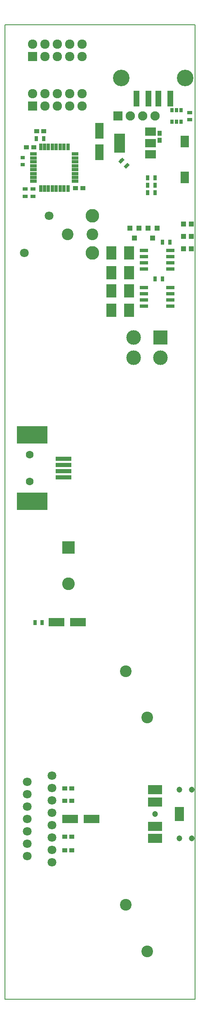
<source format=gbr>
G04 #@! TF.GenerationSoftware,KiCad,Pcbnew,(5.0.0-rc2-dev-311-g1dd4af297)*
G04 #@! TF.CreationDate,2018-05-17T15:00:25+02:00*
G04 #@! TF.ProjectId,resetUSB,72657365745553422E6B696361645F70,1.0*
G04 #@! TF.SameCoordinates,PX6ad8e7cPY2bcdfd4*
G04 #@! TF.FileFunction,Soldermask,Top*
G04 #@! TF.FilePolarity,Negative*
%FSLAX46Y46*%
G04 Gerber Fmt 4.6, Leading zero omitted, Abs format (unit mm)*
G04 Created by KiCad (PCBNEW (5.0.0-rc2-dev-311-g1dd4af297)) date 05/17/18 15:00:25*
%MOMM*%
%LPD*%
G01*
G04 APERTURE LIST*
%ADD10C,0.150000*%
%ADD11C,2.400000*%
%ADD12R,1.000000X0.950000*%
%ADD13R,3.200000X1.800000*%
%ADD14R,2.000000X2.700000*%
%ADD15R,0.700000X1.100000*%
%ADD16R,1.750000X0.800000*%
%ADD17R,1.000000X1.100000*%
%ADD18R,3.000000X3.000000*%
%ADD19C,3.000000*%
%ADD20C,1.800000*%
%ADD21C,2.800000*%
%ADD22R,1.400000X0.800000*%
%ADD23R,0.800000X1.400000*%
%ADD24R,1.100000X0.700000*%
%ADD25C,1.200000*%
%ADD26R,2.900000X1.900000*%
%ADD27R,1.900000X2.900000*%
%ADD28C,3.400000*%
%ADD29R,1.200000X3.200000*%
%ADD30R,2.600000X2.600000*%
%ADD31C,2.600000*%
%ADD32R,0.950000X1.000000*%
%ADD33R,1.800000X3.200000*%
%ADD34R,2.200000X1.700000*%
%ADD35R,2.200000X4.000000*%
%ADD36R,1.800000X2.380000*%
%ADD37C,0.700000*%
%ADD38C,0.100000*%
%ADD39R,0.900000X0.800000*%
%ADD40R,1.000000X1.000000*%
%ADD41R,3.200000X0.900000*%
%ADD42R,6.240000X3.600000*%
%ADD43C,1.600000*%
%ADD44R,1.927200X1.927200*%
%ADD45O,1.927200X1.927200*%
%ADD46O,1.900000X1.900000*%
%ADD47R,1.900000X1.900000*%
%ADD48R,0.710000X0.900000*%
G04 APERTURE END LIST*
D10*
X39000000Y0D02*
X39000000Y-200000000D01*
X0Y0D02*
X0Y-200000000D01*
X39000000Y0D02*
X0Y0D01*
X39000000Y-200000000D02*
X0Y-200000000D01*
D11*
X29210000Y-142180000D03*
X24770000Y-132650000D03*
D12*
X12204000Y-159258000D03*
X13704000Y-159258000D03*
X13716000Y-166624000D03*
X12216000Y-166624000D03*
D13*
X13334000Y-162964000D03*
X17734000Y-162964000D03*
D14*
X21775500Y-46863700D03*
X21775500Y-50863700D03*
X21775500Y-58610700D03*
X21775500Y-54610700D03*
D15*
X32304500Y-52199100D03*
X30804500Y-52199100D03*
D14*
X25458500Y-58610700D03*
X25458500Y-54610700D03*
D16*
X33886200Y-57787100D03*
X33886200Y-56517100D03*
X33886200Y-55247100D03*
X33886200Y-53977100D03*
X28486200Y-53977100D03*
X28486200Y-55247100D03*
X28486200Y-56517100D03*
X28486200Y-57787100D03*
D17*
X26566000Y-43769500D03*
X25616000Y-41769500D03*
X27516000Y-41769500D03*
D14*
X25458500Y-46863700D03*
X25458500Y-50863700D03*
D17*
X30249000Y-43769500D03*
X29299000Y-41769500D03*
X31199000Y-41769500D03*
D15*
X33810000Y-44628000D03*
X32310000Y-44628000D03*
D16*
X33886200Y-50167100D03*
X33886200Y-48897100D03*
X33886200Y-47627100D03*
X33886200Y-46357100D03*
X28486200Y-46357100D03*
X28486200Y-47627100D03*
X28486200Y-48897100D03*
X28486200Y-50167100D03*
D18*
X31864000Y-64161000D03*
D19*
X31864000Y-68361000D03*
X26364000Y-64161000D03*
X26364000Y-68361000D03*
D20*
X3920000Y-46810000D03*
X9000000Y-39190000D03*
D11*
X12810000Y-43000000D03*
X17890000Y-43000000D03*
D21*
X17890000Y-46810000D03*
X17890000Y-39190000D03*
D22*
X5842772Y-26541143D03*
X5842772Y-27341143D03*
X5842772Y-28141143D03*
X5842772Y-28941143D03*
X5842772Y-29741143D03*
X5842772Y-30541143D03*
X5842772Y-31341143D03*
X5842772Y-32141143D03*
D23*
X7292772Y-33591143D03*
X8092772Y-33591143D03*
X8892772Y-33591143D03*
X9692772Y-33591143D03*
X10492772Y-33591143D03*
X11292772Y-33591143D03*
X12092772Y-33591143D03*
X12892772Y-33591143D03*
D22*
X14342772Y-32141143D03*
X14342772Y-31341143D03*
X14342772Y-30541143D03*
X14342772Y-29741143D03*
X14342772Y-28941143D03*
X14342772Y-28141143D03*
X14342772Y-27341143D03*
X14342772Y-26541143D03*
D23*
X12892772Y-25091143D03*
X12092772Y-25091143D03*
X11292772Y-25091143D03*
X10492772Y-25091143D03*
X9692772Y-25091143D03*
X8892772Y-25091143D03*
X8092772Y-25091143D03*
X7292772Y-25091143D03*
D24*
X4104000Y-33718000D03*
X4104000Y-35218000D03*
D15*
X7937876Y-23392702D03*
X6437876Y-23392702D03*
D12*
X4403631Y-25120423D03*
X5903631Y-25120423D03*
X7949876Y-21868702D03*
X6449876Y-21868702D03*
D25*
X38314000Y-167000000D03*
X38314000Y-157000000D03*
X35814000Y-167000000D03*
X35814000Y-157000000D03*
X30814000Y-162000000D03*
D26*
X30814000Y-167000000D03*
X30814000Y-157000000D03*
X30814000Y-164500000D03*
X30814000Y-159500000D03*
D27*
X35814000Y-162000000D03*
D28*
X37000000Y-10973000D03*
X23860000Y-10973000D03*
D29*
X29430000Y-15183000D03*
X26930000Y-15183000D03*
X31430000Y-15183000D03*
X33930000Y-15183000D03*
D12*
X13704000Y-156718000D03*
X12204000Y-156718000D03*
D30*
X13000000Y-107280000D03*
D31*
X13000000Y-114780000D03*
D11*
X24770000Y-180650000D03*
X29210000Y-190180000D03*
D32*
X31748859Y-22257541D03*
X31748859Y-23757541D03*
D33*
X19380800Y-21742600D03*
X19380800Y-26142600D03*
D34*
X29818859Y-26577541D03*
X29818859Y-21977541D03*
X29818859Y-24277541D03*
D35*
X23518859Y-24277541D03*
D36*
X36856000Y-23951000D03*
X36856000Y-31351000D03*
D12*
X15922627Y-33580956D03*
X14422627Y-33580956D03*
D37*
X23879670Y-27882670D03*
D38*
G36*
X24516066Y-27741249D02*
X23738249Y-28519066D01*
X23243274Y-28024091D01*
X24021091Y-27246274D01*
X24516066Y-27741249D01*
X24516066Y-27741249D01*
G37*
D37*
X24940330Y-28943330D03*
D38*
G36*
X25576726Y-28801909D02*
X24798909Y-29579726D01*
X24303934Y-29084751D01*
X25081751Y-28306934D01*
X25576726Y-28801909D01*
X25576726Y-28801909D01*
G37*
D24*
X5755000Y-33718000D03*
X5755000Y-35218000D03*
D39*
X3596000Y-28691000D03*
X3596000Y-27291000D03*
D40*
X38246500Y-45966000D03*
X36646500Y-45966000D03*
X38246500Y-43426000D03*
X36646500Y-43426000D03*
X38246500Y-40886000D03*
X36646500Y-40886000D03*
D41*
X12000000Y-92875000D03*
X12000000Y-89125000D03*
X12000000Y-91625000D03*
X12000000Y-90375000D03*
D42*
X5580000Y-97800000D03*
X5580000Y-84200000D03*
D43*
X5000000Y-93750000D03*
X5000000Y-88250000D03*
D24*
X37872000Y-19511000D03*
X37872000Y-18011000D03*
D44*
X5614000Y-6529000D03*
D45*
X5614000Y-3989000D03*
X8154000Y-6529000D03*
X8154000Y-3989000D03*
X10694000Y-6529000D03*
X10694000Y-3989000D03*
X13234000Y-6529000D03*
X13234000Y-3989000D03*
X15774000Y-6529000D03*
X15774000Y-3989000D03*
X15774000Y-14149000D03*
X15774000Y-16689000D03*
X13234000Y-14149000D03*
X13234000Y-16689000D03*
X10694000Y-14149000D03*
X10694000Y-16689000D03*
X8154000Y-14149000D03*
X8154000Y-16689000D03*
X5614000Y-14149000D03*
D44*
X5614000Y-16689000D03*
D46*
X30760000Y-18761000D03*
X28220000Y-18761000D03*
X25680000Y-18761000D03*
D47*
X23140000Y-18761000D03*
D48*
X34216900Y-17564300D03*
X35166900Y-17564300D03*
X36116900Y-17564300D03*
X36116900Y-19884300D03*
X35166900Y-19884300D03*
X34216900Y-19884300D03*
D13*
X14940000Y-122606000D03*
X10540000Y-122606000D03*
D15*
X6108000Y-122682000D03*
X7608000Y-122682000D03*
D20*
X4550000Y-163000000D03*
X4550000Y-165540000D03*
X4550000Y-168080000D03*
X4550000Y-170620000D03*
X4550000Y-160460000D03*
X4550000Y-157920000D03*
X4550000Y-155380000D03*
X9630000Y-171890000D03*
X9630000Y-169350000D03*
X9630000Y-166810000D03*
X9630000Y-164270000D03*
X9630000Y-161730000D03*
X9630000Y-159190000D03*
X9630000Y-156650000D03*
X9630000Y-154110000D03*
D12*
X13704000Y-169418000D03*
X12204000Y-169418000D03*
D15*
X30762000Y-34468000D03*
X29262000Y-34468000D03*
X29262000Y-32944000D03*
X30762000Y-32944000D03*
X30762000Y-31420000D03*
X29262000Y-31420000D03*
M02*

</source>
